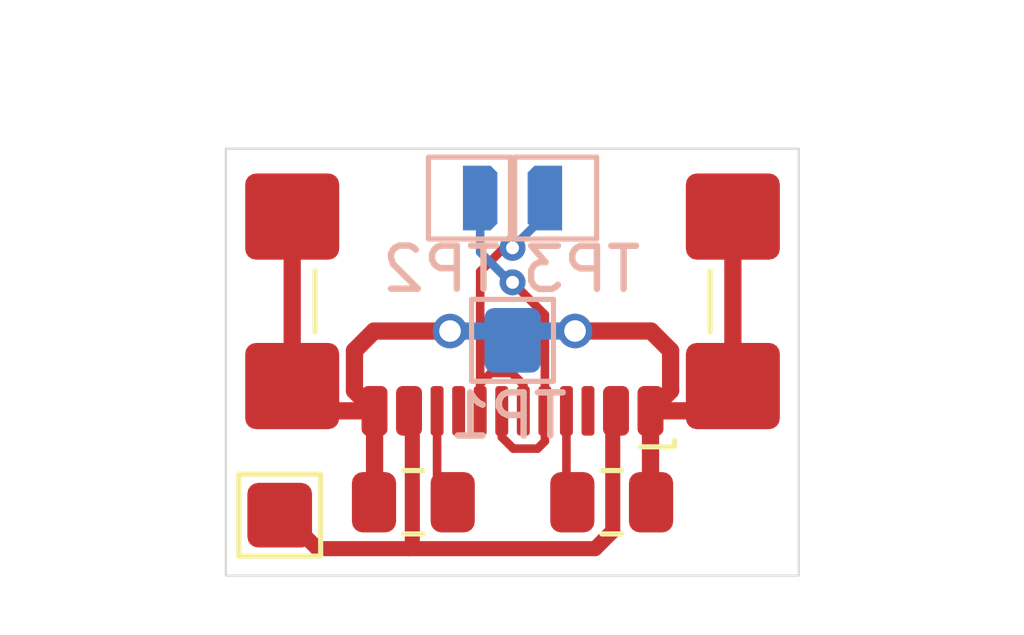
<source format=kicad_pcb>
(kicad_pcb (version 20241229) (generator "pcbnew") (generator_version "9.0")
  (layers (0 "F.Cu" signal) (2 "B.Cu" signal) (13 "F.Paste" user) (15 "B.Paste" user) (5 "F.SilkS" user "F.Silkscreen") (7 "B.SilkS" user "B.Silkscreen") (1 "F.Mask" user) (3 "B.Mask" user) (25 "Edge.Cuts" user))
  (net 0 "")
  (net 1 "Net-(VBUS1-Pin_1)")
  (net 2 "Net-(J1-CC2)")
  (net 5 "Net-(J1-CC1)")
  (net 6 "Net-(TP2-Pin_1)")
  (net 7 "Net-(TP3-Pin_1)")
  (net 8 "GND")
  (footprint "Connector_USB:USB_C_Receptacle_GCT_USB4110" (layer "F.Cu") (at 129.9 72 180)
    (property "Reference" "J1" (hide yes))
    (property "Value" "USB_C_Receptacle_USB2.0_16P")
    (fp_line (start 4.58 -0.435) (end 4.58 -1.845) (stroke (width 0.12)) (layer "F.SilkS"))
    (fp_line (start -2.96 -4.515) (end -3.76 -4.515) (stroke (width 0.12)) (layer "F.SilkS"))
    (fp_line (start -3.76 -4.515) (end -3.76 -4.365) (stroke (width 0.12)) (layer "F.SilkS"))
    (fp_line (start -4.58 -0.435) (end -4.58 -1.845) (stroke (width 0.12)) (layer "F.SilkS"))
    (pad "" np_thru_hole circle (at -2.89 -2.605 180) (size 0.65 0.65) (drill 0.65) (layers "*.Cu" "*.Mask"))
    (pad "" np_thru_hole circle (at 2.89 -2.605 180) (size 0.65 0.65) (drill 0.65) (layers "*.Cu" "*.Mask"))
    (pad "A1" smd roundrect (at -3.2 -3.68 180) (size 0.6 1.15) (layers "F.Cu" "F.Mask" "F.Paste") (net 8 "GND"))
    (pad "A4" smd roundrect (at -2.4 -3.68 180) (size 0.6 1.15) (layers "F.Cu" "F.Mask" "F.Paste") (net 1 "Net-(VBUS1-Pin_1)"))
    (pad "A5" smd roundrect (at -1.25 -3.68 180) (size 0.3 1.15) (layers "F.Cu" "F.Mask" "F.Paste") (net 5 "Net-(J1-CC1)"))
    (pad "A6" smd roundrect (at -0.25 -3.68 180) (size 0.3 1.15) (layers "F.Cu" "F.Mask" "F.Paste") (net 7 "Net-(TP3-Pin_1)"))
    (pad "A7" smd roundrect (at 0.25 -3.68 180) (size 0.3 1.15) (layers "F.Cu" "F.Mask" "F.Paste") (net 6 "Net-(TP2-Pin_1)"))
    (pad "A8" smd roundrect (at 1.25 -3.68 180) (size 0.3 1.15) (layers "F.Cu" "F.Mask" "F.Paste"))
    (pad "A9" smd roundrect (at 2.4 -3.68 180) (size 0.6 1.15) (layers "F.Cu" "F.Mask" "F.Paste") (net 1 "Net-(VBUS1-Pin_1)"))
    (pad "A12" smd roundrect (at 3.2 -3.68 180) (size 0.6 1.15) (layers "F.Cu" "F.Mask" "F.Paste") (net 8 "GND"))
    (pad "B1" smd roundrect (at 3.2 -3.68 180) (size 0.6 1.15) (layers "F.Cu" "F.Mask" "F.Paste") (net 8 "GND"))
    (pad "B4" smd roundrect (at 2.4 -3.68 180) (size 0.6 1.15) (layers "F.Cu" "F.Mask" "F.Paste") (net 1 "Net-(VBUS1-Pin_1)"))
    (pad "B5" smd roundrect (at 1.75 -3.68 180) (size 0.3 1.15) (layers "F.Cu" "F.Mask" "F.Paste") (net 2 "Net-(J1-CC2)"))
    (pad "B6" smd roundrect (at 0.75 -3.68 180) (size 0.3 1.15) (layers "F.Cu" "F.Mask" "F.Paste") (net 7 "Net-(TP3-Pin_1)"))
    (pad "B7" smd roundrect (at -0.75 -3.68 180) (size 0.3 1.15) (layers "F.Cu" "F.Mask" "F.Paste") (net 6 "Net-(TP2-Pin_1)"))
    (pad "B8" smd roundrect (at -1.75 -3.68 180) (size 0.3 1.15) (layers "F.Cu" "F.Mask" "F.Paste"))
    (pad "B9" smd roundrect (at -2.4 -3.68 180) (size 0.6 1.15) (layers "F.Cu" "F.Mask" "F.Paste") (net 1 "Net-(VBUS1-Pin_1)"))
    (pad "B12" smd roundrect (at -3.2 -3.68 180) (size 0.6 1.15) (layers "F.Cu" "F.Mask" "F.Paste") (net 8 "GND"))
    (pad "S1" smd roundrect (at -5.11 -3.105 180) (size 2.18 2) (layers "F.Cu" "F.Mask" "F.Paste") (roundrect_rratio 0.125) (net 8 "GND"))
    (pad "S1" smd roundrect (at -5.11 0.825 180) (size 2.18 2) (layers "F.Cu" "F.Mask" "F.Paste") (roundrect_rratio 0.125) (net 8 "GND"))
    (pad "S1" smd roundrect (at 5.11 -3.105 180) (size 2.18 2) (layers "F.Cu" "F.Mask" "F.Paste") (roundrect_rratio 0.125) (net 8 "GND"))
    (pad "S1" smd roundrect (at 5.11 0.825 180) (size 2.18 2) (layers "F.Cu" "F.Mask" "F.Paste") (roundrect_rratio 0.125) (net 8 "GND"))
  )
  (footprint "Resistor_SMD:R_0805_2012Metric" (layer "F.Cu") (at 132.2 77.8)
    (property "Reference" "R2" (hide yes))
    (property "Value" "R")
    (fp_line (start -0.227064 -0.735) (end 0.227064 -0.735) (stroke (width 0.12)) (layer "F.SilkS"))
    (fp_line (start -0.227064 0.735) (end 0.227064 0.735) (stroke (width 0.12)) (layer "F.SilkS"))
    (pad "1" smd roundrect (at -0.9125 0) (size 1.025 1.4) (layers "F.Cu" "F.Mask" "F.Paste") (roundrect_rratio 0.243902) (net 5 "Net-(J1-CC1)"))
    (pad "2" smd roundrect (at 0.9125 0) (size 1.025 1.4) (layers "F.Cu" "F.Mask" "F.Paste") (roundrect_rratio 0.243902) (net 8 "GND"))
  )
  (footprint "TestPoint:TestPoint_Pad_1.5x1.5mm" (layer "F.Cu") (at 124.5 78.1)
    (property "Reference" "VBUS1" (hide yes))
    (property "Value" "Conn_01x01" (hide yes))
    (fp_line (start -0.95 -0.95) (end 0.95 -0.95) (stroke (width 0.12)) (layer "F.SilkS"))
    (fp_line (start -0.95 0.95) (end -0.95 -0.95) (stroke (width 0.12)) (layer "F.SilkS"))
    (fp_line (start 0.95 -0.95) (end 0.95 0.95) (stroke (width 0.12)) (layer "F.SilkS"))
    (fp_line (start 0.95 0.95) (end -0.95 0.95) (stroke (width 0.12)) (layer "F.SilkS"))
    (pad "1" smd roundrect (at 0 0) (size 1.5 1.5) (layers "F.Cu" "F.Mask") (roundrect_rratio 0.1666666667) (net 1 "Net-(VBUS1-Pin_1)"))
  )
  (footprint "Resistor_SMD:R_0805_2012Metric" (layer "F.Cu") (at 127.6 77.8 180)
    (property "Reference" "R1" (hide yes))
    (property "Value" "R")
    (fp_line (start -0.227064 0.735) (end 0.227064 0.735) (stroke (width 0.12)) (layer "F.SilkS"))
    (fp_line (start -0.227064 -0.735) (end 0.227064 -0.735) (stroke (width 0.12)) (layer "F.SilkS"))
    (pad "1" smd roundrect (at -0.9125 0 180) (size 1.025 1.4) (layers "F.Cu" "F.Mask" "F.Paste") (roundrect_rratio 0.243902) (net 2 "Net-(J1-CC2)"))
    (pad "2" smd roundrect (at 0.9125 0 180) (size 1.025 1.4) (layers "F.Cu" "F.Mask" "F.Paste") (roundrect_rratio 0.243902) (net 8 "GND"))
  )
  (footprint "TestPoint:TestPoint_Pad_1.5x1.5mm" (layer "B.Cu") (at 128.9 70.745 180)
    (property "Reference" "TP2" (at 0.65 -1.647 0) (layer "B.SilkS") (effects (justify mirror)))
    (property "Value" "Conn_01x01")
    (fp_line (start 0.95 0.95) (end 0.95 -0.95) (stroke (width 0.12)) (layer "B.SilkS"))
    (fp_line (start 0.95 -0.95) (end -0.95 -0.95) (stroke (width 0.12)) (layer "B.SilkS"))
    (fp_line (start -0.95 0.95) (end 0.95 0.95) (stroke (width 0.12)) (layer "B.SilkS"))
    (fp_line (start -0.95 -0.95) (end -0.95 0.95) (stroke (width 0.12)) (layer "B.SilkS"))
    (pad "1" smd roundrect (at -0.25 0 180) (size 0.8 1.5) (layers "B.Cu" "B.Mask") (roundrect_rratio 0) (chamfer_ratio 0.2) (chamfer top_left bottom_left) (net 6 "Net-(TP2-Pin_1)"))
  )
  (footprint "TestPoint:TestPoint_Pad_1.5x1.5mm" (layer "B.Cu") (at 130.9 70.745 180)
    (property "Reference" "TP3" (at -0.6 -1.652 0) (layer "B.SilkS") (effects (justify mirror)))
    (property "Value" "Conn_01x01")
    (fp_line (start 0.95 0.95) (end 0.95 -0.95) (stroke (width 0.12)) (layer "B.SilkS"))
    (fp_line (start 0.95 -0.95) (end -0.95 -0.95) (stroke (width 0.12)) (layer "B.SilkS"))
    (fp_line (start -0.95 0.95) (end 0.95 0.95) (stroke (width 0.12)) (layer "B.SilkS"))
    (fp_line (start -0.95 -0.95) (end -0.95 0.95) (stroke (width 0.12)) (layer "B.SilkS"))
    (pad "1" smd roundrect (at 0.25 0 180) (size 0.8 1.5) (layers "B.Cu" "B.Mask") (roundrect_rratio 0) (chamfer_ratio 0.2) (chamfer top_right bottom_right) (net 7 "Net-(TP3-Pin_1)"))
  )
  (footprint "TestPoint:TestPoint_Pad_1.5x1.5mm" (layer "B.Cu") (at 129.9 74.045 180)
    (property "Reference" "TP1" (at 0.1 -1.752 0) (layer "B.SilkS") (effects (justify mirror)))
    (property "Value" "Conn_01x01")
    (fp_line (start 0.95 0.95) (end 0.95 -0.95) (stroke (width 0.12)) (layer "B.SilkS"))
    (fp_line (start 0.95 -0.95) (end -0.95 -0.95) (stroke (width 0.12)) (layer "B.SilkS"))
    (fp_line (start -0.95 0.95) (end 0.95 0.95) (stroke (width 0.12)) (layer "B.SilkS"))
    (fp_line (start -0.95 -0.95) (end -0.95 0.95) (stroke (width 0.12)) (layer "B.SilkS"))
    (pad "1" smd roundrect (at 0 0 180) (size 1.3 1.5) (layers "B.Cu" "B.Mask") (roundrect_rratio 0.1666666667) (net 8 "GND"))
  )
  (gr_rect (start 123.25 69.6) (end 136.537 79.5) (stroke (width 0.05)) (fill no) (layer "Edge.Cuts"))
  (segment (start 127.576 78.8) (end 127.5 78.876) (width 0.35) (layer "F.Cu") (net 1))
  (segment (start 127.5 78.876) (end 125.376 78.876) (width 0.35) (layer "F.Cu") (net 1))
  (segment (start 131.816226 78.876) (end 127.5 78.876) (width 0.35) (layer "F.Cu") (net 1))
  (segment (start 127.576 75.756) (end 127.576 78.8) (width 0.35) (layer "F.Cu") (net 1))
  (segment (start 132.3 75.68) (end 132.224 75.756) (width 0.35) (layer "F.Cu") (net 1))
  (segment (start 127.5 75.68) (end 127.576 75.756) (width 0.35) (layer "F.Cu") (net 1))
  (segment (start 132.224 75.756) (end 132.224 78.468226) (width 0.35) (layer "F.Cu") (net 1))
  (segment (start 132.224 78.468226) (end 131.816226 78.876) (width 0.35) (layer "F.Cu") (net 1))
  (segment (start 125.376 78.876) (end 124.4 77.9) (width 0.35) (layer "F.Cu") (net 1))
  (segment (start 128.15 77.4375) (end 128.15 75.68) (width 0.2) (layer "F.Cu") (net 2))
  (segment (start 128.5125 77.8) (end 128.15 77.4375) (width 0.2) (layer "F.Cu") (net 2))
  (segment (start 131.15 75.68) (end 131.15 77.6625) (width 0.2) (layer "F.Cu") (net 5))
  (segment (start 131.15 77.6625) (end 131.2875 77.8) (width 0.2) (layer "F.Cu") (net 5))
  (segment (start 129.9 72.7) (end 130.65 73.45) (width 0.2) (layer "F.Cu") (net 6))
  (segment (start 129.65 76.288824) (end 129.917176 76.556) (width 0.2) (layer "F.Cu") (net 6))
  (segment (start 129.65 75.68) (end 129.65 76.288824) (width 0.2) (layer "F.Cu") (net 6))
  (segment (start 130.480824 76.556) (end 130.65 76.386824) (width 0.2) (layer "F.Cu") (net 6))
  (segment (start 129.917176 76.556) (end 130.480824 76.556) (width 0.2) (layer "F.Cu") (net 6))
  (segment (start 130.65 73.45) (end 130.65 75.68) (width 0.2) (layer "F.Cu") (net 6))
  (segment (start 130.65 76.386824) (end 130.65 75.68) (width 0.2) (layer "F.Cu") (net 6))
  (via (at 129.9 72.7) (size 0.6) (drill 0.3) (layers "F.Cu" "B.Cu") (net 6))
  (segment (start 129.15 71.999943) (end 129.15 70.745) (width 0.2) (layer "B.Cu") (net 6))
  (segment (start 129.850057 72.7) (end 129.15 71.999943) (width 0.2) (layer "B.Cu") (net 6))
  (segment (start 129.9 72.7) (end 129.850057 72.7) (width 0.2) (layer "B.Cu") (net 6))
  (segment (start 129.9 71.9) (end 129.7 71.9) (width 0.2) (layer "F.Cu") (net 7))
  (segment (start 129.882824 74.804) (end 129.396 74.804) (width 0.2) (layer "F.Cu") (net 7))
  (segment (start 130.15 75.071176) (end 130.15 75.68) (width 0.2) (layer "F.Cu") (net 7))
  (segment (start 129.7 71.9) (end 129.15 72.45) (width 0.2) (layer "F.Cu") (net 7))
  (segment (start 130.15 75.071176) (end 129.882824 74.804) (width 0.2) (layer "F.Cu") (net 7))
  (segment (start 129.15 75.05) (end 129.15 75.68) (width 0.2) (layer "F.Cu") (net 7))
  (segment (start 129.15 72.45) (end 129.15 75.68) (width 0.2) (layer "F.Cu") (net 7))
  (segment (start 129.396 74.804) (end 129.15 75.05) (width 0.2) (layer "F.Cu") (net 7))
  (via (at 129.9 71.9) (size 0.6) (drill 0.3) (layers "F.Cu" "B.Cu") (net 7))
  (segment (start 130.65 71.15) (end 130.65 70.745) (width 0.2) (layer "B.Cu") (net 7))
  (segment (start 129.9 71.9) (end 130.65 71.15) (width 0.2) (layer "B.Cu") (net 7))
  (segment (start 133.110961 73.828531) (end 133.566 74.28357) (width 0.4) (layer "F.Cu") (net 8))
  (segment (start 126.7 77.7875) (end 126.6875 77.8) (width 0.4) (layer "F.Cu") (net 8))
  (segment (start 125.365 75.68) (end 124.79 75.105) (width 0.4) (layer "F.Cu") (net 8))
  (segment (start 133.1 75.68) (end 134.435 75.68) (width 0.4) (layer "F.Cu") (net 8))
  (segment (start 126.7 75.68) (end 126.7 77.7875) (width 0.4) (layer "F.Cu") (net 8))
  (segment (start 134.435 75.68) (end 135.01 75.105) (width 0.4) (layer "F.Cu") (net 8))
  (segment (start 126.7 75.68) (end 125.365 75.68) (width 0.4) (layer "F.Cu") (net 8))
  (segment (start 131.35 73.828531) (end 133.110961 73.828531) (width 0.4) (layer "F.Cu") (net 8))
  (segment (start 124.79 71.175) (end 124.79 75.105) (width 0.4) (layer "F.Cu") (net 8))
  (segment (start 126.68757 73.83) (end 126.234 74.28357) (width 0.4) (layer "F.Cu") (net 8))
  (segment (start 126.234 75.214) (end 126.7 75.68) (width 0.4) (layer "F.Cu") (net 8))
  (segment (start 128.45 73.83) (end 126.68757 73.83) (width 0.4) (layer "F.Cu") (net 8))
  (segment (start 133.566 75.214) (end 133.1 75.68) (width 0.4) (layer "F.Cu") (net 8))
  (segment (start 133.1 77.7875) (end 133.1125 77.8) (width 0.4) (layer "F.Cu") (net 8))
  (segment (start 135.01 71.175) (end 135.01 75.105) (width 0.4) (layer "F.Cu") (net 8))
  (segment (start 133.566 74.28357) (end 133.566 75.214) (width 0.4) (layer "F.Cu") (net 8))
  (segment (start 133.1 75.68) (end 133.1 77.7875) (width 0.4) (layer "F.Cu") (net 8))
  (segment (start 126.234 74.28357) (end 126.234 75.214) (width 0.4) (layer "F.Cu") (net 8))
  (via (at 131.35 73.828531) (size 0.8) (drill 0.5) (layers "F.Cu" "B.Cu") (net 8))
  (via (at 128.45 73.83) (size 0.8) (drill 0.5) (layers "F.Cu" "B.Cu") (net 8))
  (segment (start 131.35 73.828531) (end 130.116469 73.828531) (width 0.4) (layer "B.Cu") (net 8))
  (segment (start 129.685 73.83) (end 129.9 74.045) (width 0.4) (layer "B.Cu") (net 8))
  (segment (start 128.45 73.83) (end 129.685 73.83) (width 0.4) (layer "B.Cu") (net 8))
  (segment (start 130.116469 73.828531) (end 129.9 74.045) (width 0.4) (layer "B.Cu") (net 8))
)
</source>
